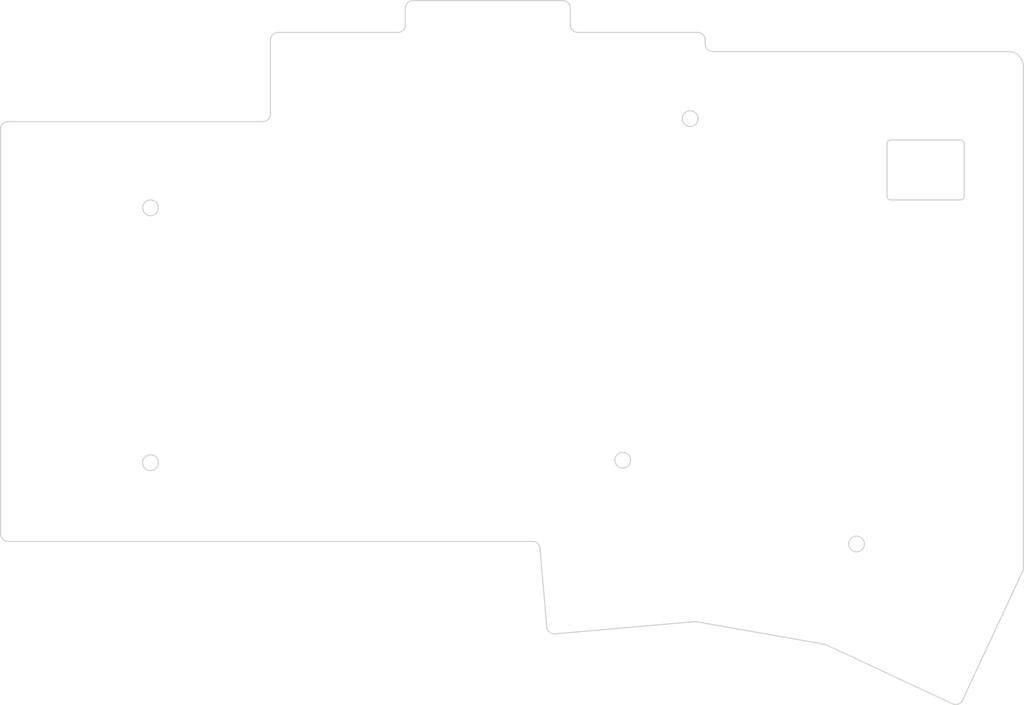
<source format=kicad_pcb>
(kicad_pcb (version 20211014) (generator pcbnew)

  (general
    (thickness 1.6)
  )

  (paper "A3")
  (title_block
    (title "bottom_plate")
    (rev "v1.0.0")
    (company "Unknown")
  )

  (layers
    (0 "F.Cu" signal)
    (31 "B.Cu" signal)
    (32 "B.Adhes" user "B.Adhesive")
    (33 "F.Adhes" user "F.Adhesive")
    (34 "B.Paste" user)
    (35 "F.Paste" user)
    (36 "B.SilkS" user "B.Silkscreen")
    (37 "F.SilkS" user "F.Silkscreen")
    (38 "B.Mask" user)
    (39 "F.Mask" user)
    (40 "Dwgs.User" user "User.Drawings")
    (41 "Cmts.User" user "User.Comments")
    (42 "Eco1.User" user "User.Eco1")
    (43 "Eco2.User" user "User.Eco2")
    (44 "Edge.Cuts" user)
    (45 "Margin" user)
    (46 "B.CrtYd" user "B.Courtyard")
    (47 "F.CrtYd" user "F.Courtyard")
    (48 "B.Fab" user)
    (49 "F.Fab" user)
  )

  (setup
    (pad_to_mask_clearance 0.05)
    (pcbplotparams
      (layerselection 0x00010fc_ffffffff)
      (disableapertmacros false)
      (usegerberextensions false)
      (usegerberattributes true)
      (usegerberadvancedattributes true)
      (creategerberjobfile true)
      (svguseinch false)
      (svgprecision 6)
      (excludeedgelayer true)
      (plotframeref false)
      (viasonmask false)
      (mode 1)
      (useauxorigin false)
      (hpglpennumber 1)
      (hpglpenspeed 20)
      (hpglpendiameter 15.000000)
      (dxfpolygonmode true)
      (dxfimperialunits true)
      (dxfusepcbnewfont true)
      (psnegative false)
      (psa4output false)
      (plotreference true)
      (plotvalue true)
      (plotinvisibletext false)
      (sketchpadsonfab false)
      (subtractmaskfromsilk false)
      (outputformat 1)
      (mirror false)
      (drillshape 0)
      (scaleselection 1)
      (outputdirectory "../gerbers/bottom_plate/")
    )
  )

  (net 0 "")

  (gr_line (start 211.333188 185.135602) (end 229.964562 183.505568) (layer "Edge.Cuts") (width 0.15) (tstamp 06442134-d7c6-439e-b449-6ff6c82354f5))
  (gr_arc (start 255.63 119.754) (mid 255.776447 119.400447) (end 256.13 119.254) (layer "Edge.Cuts") (width 0.15) (tstamp 09a0a57e-60d0-4816-96c8-37e046970240))
  (gr_circle (center 229.38 116.404) (end 230.43 116.404) (layer "Edge.Cuts") (width 0.15) (fill none) (tstamp 17f9308e-2305-401a-9339-51725b5c3bfb))
  (gr_circle (center 220.38 161.964) (end 221.43 161.964) (layer "Edge.Cuts") (width 0.15) (fill none) (tstamp 20d95bf7-0430-4e84-8c14-8b9aa4531368))
  (gr_line (start 247.51898 186.600885) (end 264.380875 194.463716) (layer "Edge.Cuts") (width 0.15) (tstamp 245a951f-17c9-4251-9358-c4d3dc2dd340))
  (gr_line (start 273.727547 176.785915) (end 273.739548 176.760179) (layer "Edge.Cuts") (width 0.15) (tstamp 25384a10-91da-4bda-a025-b688fae46036))
  (gr_line (start 138.38 172.804) (end 208.334162 172.804) (layer "Edge.Cuts") (width 0.15) (tstamp 25dbdda5-6112-4382-9fe3-6f5f2c50c929))
  (gr_line (start 174.38 104.904) (end 190.38 104.904) (layer "Edge.Cuts") (width 0.15) (tstamp 283b2648-ec57-46c9-bacc-63f1295ea3da))
  (gr_arc (start 208.334162 172.804) (mid 209.009752 173.066723) (end 209.330357 173.716844) (layer "Edge.Cuts") (width 0.15) (tstamp 30b26911-b674-41a2-8c20-0f3b01e07c93))
  (gr_arc (start 229.964562 183.505568) (mid 230.095337 183.502714) (end 230.225366 183.516955) (layer "Edge.Cuts") (width 0.15) (tstamp 3341f583-635b-445c-9724-15a38bc19a58))
  (gr_arc (start 173.38 105.904) (mid 173.672893 105.196893) (end 174.38 104.904) (layer "Edge.Cuts") (width 0.15) (tstamp 381212fb-fe22-4185-94c4-6afb251f2491))
  (gr_line (start 255.63 119.754) (end 255.63 126.754) (layer "Edge.Cuts") (width 0.15) (tstamp 418962c7-e032-4bfe-bc37-ab38e2c51926))
  (gr_line (start 265.709801 193.980027) (end 273.533795 177.201418) (layer "Edge.Cuts") (width 0.15) (tstamp 420a93a4-6d58-417f-8f24-a3eb5ac88719))
  (gr_arc (start 214.38 104.904) (mid 213.672893 104.611107) (end 213.38 103.904) (layer "Edge.Cuts") (width 0.15) (tstamp 42bfbb07-6b6f-46bb-a5f9-7d983b949e6f))
  (gr_arc (start 191.38 101.654) (mid 191.672893 100.946893) (end 192.38 100.654) (layer "Edge.Cuts") (width 0.15) (tstamp 45006be8-92a1-41ca-9048-3e01bfcb5917))
  (gr_circle (center 251.567202 173.151649) (end 252.617202 173.151649) (layer "Edge.Cuts") (width 0.15) (fill none) (tstamp 455532b5-737a-4e48-bbb7-8189eec02647))
  (gr_line (start 214.38 104.904) (end 230.38 104.904) (layer "Edge.Cuts") (width 0.15) (tstamp 4823efe0-aee7-46d0-a4f8-25cf1d3a1078))
  (gr_circle (center 157.38 128.304) (end 158.43 128.304) (layer "Edge.Cuts") (width 0.15) (fill none) (tstamp 497ce458-d44e-4947-b3af-21d64f3ef48a))
  (gr_arc (start 265.93 126.754) (mid 265.783553 127.107553) (end 265.43 127.254) (layer "Edge.Cuts") (width 0.15) (tstamp 52e03f68-bd64-4f83-a1bd-b11282de393b))
  (gr_line (start 192.38 100.654) (end 212.38 100.654) (layer "Edge.Cuts") (width 0.15) (tstamp 6138747c-3257-4b85-9445-7124de5871ff))
  (gr_arc (start 212.38 100.654) (mid 213.087107 100.946893) (end 213.38 101.654) (layer "Edge.Cuts") (width 0.15) (tstamp 636b8418-5543-48ff-a6da-ca06ccb8511f))
  (gr_arc (start 173.38 115.804) (mid 173.087107 116.511107) (end 172.38 116.804) (layer "Edge.Cuts") (width 0.15) (tstamp 6a216e02-2b9f-4add-bfeb-a2ff4a2b1277))
  (gr_line (start 256.13 127.254) (end 265.43 127.254) (layer "Edge.Cuts") (width 0.15) (tstamp 7635e638-b924-43fa-ba9f-8673e89e8c83))
  (gr_line (start 137.38 171.804) (end 137.38 117.804) (layer "Edge.Cuts") (width 0.15) (tstamp 7b90efe6-d9f3-44d7-abd0-fade9c19c436))
  (gr_line (start 273.83 176.154) (end 273.83 109.454) (layer "Edge.Cuts") (width 0.15) (tstamp 80e776e0-05d3-47bd-9d0a-718a5bc99a04))
  (gr_line (start 138.38 116.804) (end 172.38 116.804) (layer "Edge.Cuts") (width 0.15) (tstamp 89ec3f86-f571-4d2c-bc01-522343bcf66e))
  (gr_arc (start 211.333189 185.135602) (mid 210.603245 184.905452) (end 210.249838 184.226563) (layer "Edge.Cuts") (width 0.15) (tstamp 8a203263-b154-40a6-87b1-dd978de04e6c))
  (gr_arc (start 230.38 104.904) (mid 231.087107 105.196893) (end 231.38 105.904) (layer "Edge.Cuts") (width 0.15) (tstamp 8a2d8252-51b1-4ce2-9dc8-606d0c21f6bb))
  (gr_arc (start 265.43 119.254) (mid 265.783553 119.400447) (end 265.93 119.754) (layer "Edge.Cuts") (width 0.15) (tstamp 8f3b0ca5-eaa9-4925-b88c-e5639e5b9dad))
  (gr_arc (start 273.727547 176.785916) (mid 273.642616 176.999237) (end 273.533795 177.201418) (layer "Edge.Cuts") (width 0.15) (tstamp 94d061b9-79a3-427a-96e5-4e8eedba45c3))
  (gr_arc (start 232.38 107.454) (mid 231.672893 107.161107) (end 231.38 106.454) (layer "Edge.Cuts") (width 0.15) (tstamp 99a55a3b-09a4-4753-aa62-c6d7d1d3ef2a))
  (gr_arc (start 138.38 172.804) (mid 137.672893 172.511107) (end 137.38 171.804) (layer "Edge.Cuts") (width 0.15) (tstamp 9a3542a2-cc7e-4498-a2e5-9e88e0c63656))
  (gr_arc (start 137.38 117.804) (mid 137.672893 117.096893) (end 138.38 116.804) (layer "Edge.Cuts") (width 0.15) (tstamp 9f132cd5-c59d-4950-81bd-64da7bf1c0a0))
  (gr_line (start 231.38 105.904) (end 231.38 106.454) (layer "Edge.Cuts") (width 0.15) (tstamp a286f833-c201-422a-956f-bc482a8c1f13))
  (gr_line (start 209.330357 173.716844) (end 210.249838 184.226563) (layer "Edge.Cuts") (width 0.15) (tstamp a2d0d194-8692-41fe-ab47-c2c1aa9fe37f))
  (gr_arc (start 273.83 176.154) (mid 273.829561 176.195881) (end 273.828246 176.237744) (layer "Edge.Cuts") (width 0.15) (tstamp b1723bc4-a5e7-48aa-9206-ef6e4a0bac07))
  (gr_arc (start 271.83 107.454) (mid 273.244214 108.039786) (end 273.83 109.454) (layer "Edge.Cuts") (width 0.15) (tstamp b6e3fe41-fb1e-4af8-8219-e18d53e962a8))
  (gr_arc (start 191.38 103.904) (mid 191.087107 104.611107) (end 190.38 104.904) (layer "Edge.Cuts") (width 0.15) (tstamp c88d7517-61ef-4a0f-9828-21837a5123b7))
  (gr_line (start 265.43 119.254) (end 256.13 119.254) (layer "Edge.Cuts") (width 0.15) (tstamp c8956698-482e-4c2c-92b6-e62d59de4990))
  (gr_circle (center 157.38 162.304) (end 158.43 162.304) (layer "Edge.Cuts") (width 0.15) (fill none) (tstamp d43ae999-7b24-44e8-a6c3-a9d53a07330d))
  (gr_line (start 265.93 126.754) (end 265.93 119.754) (layer "Edge.Cuts") (width 0.15) (tstamp d788ba63-965d-43af-bba7-c7edac38307e))
  (gr_line (start 191.38 103.904) (end 191.38 101.654) (layer "Edge.Cuts") (width 0.15) (tstamp e71a3379-938f-4446-8623-fa401dc9a48d))
  (gr_arc (start 256.13 127.254) (mid 255.776447 127.107553) (end 255.63 126.754) (layer "Edge.Cuts") (width 0.15) (tstamp ebaa9d4b-0a86-4b45-babd-c89994db7735))
  (gr_line (start 173.38 115.804) (end 173.38 105.904) (layer "Edge.Cuts") (width 0.15) (tstamp f046e4ee-734a-4cad-a909-41a6c08e0526))
  (gr_line (start 213.38 101.654) (end 213.38 103.904) (layer "Edge.Cuts") (width 0.15) (tstamp f0692e33-590a-4258-a2c8-db84586ac326))
  (gr_line (start 232.38 107.454) (end 271.83 107.454) (layer "Edge.Cuts") (width 0.15) (tstamp f2011924-40e7-4d7b-bea3-c1fb0fca6d4c))
  (gr_arc (start 247.27001 186.522385) (mid 247.397068 186.553476) (end 247.51898 186.600885) (layer "Edge.Cuts") (width 0.15) (tstamp f2ddbe89-d6a4-4443-877c-f274fbf16373))
  (gr_arc (start 273.828246 176.237744) (mid 273.819132 176.504944) (end 273.739548 176.760179) (layer "Edge.Cuts") (width 0.15) (tstamp f449faa9-8484-42ad-8378-7795b7922559))
  (gr_line (start 230.225366 183.516955) (end 247.27001 186.522385) (layer "Edge.Cuts") (width 0.15) (tstamp fa671b2a-8494-4d33-a001-26f3b9482d13))
  (gr_arc (start 265.709801 193.980026) (mid 265.145513 194.497101) (end 264.380875 194.463716) (layer "Edge.Cuts") (width 0.15) (tstamp fd20adf5-3861-47c5-b785-77698f30e48a))

)

</source>
